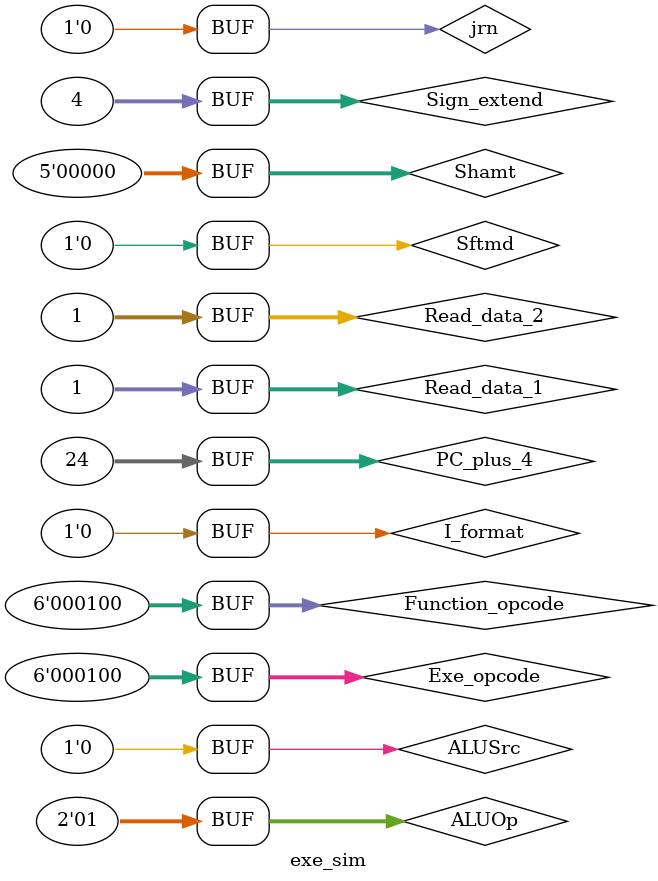
<source format=v>
`timescale 1ns / 1ps


module exe_sim(
    );
   // input
   reg[31:0]  Read_data_1 = 32'h00000005;		//r-form rs
   reg[31:0]  Read_data_2 = 32'h00000006;        //r-form rt
   reg[31:0]  Sign_extend = 32'hffffff40;        //i-form
   reg[5:0]   Function_opcode = 6'b100000;      //add 
   reg[5:0]   Exe_opcode = 6'b000000;          //op code
   reg[1:0]   ALUOp = 2'b10;
   reg[4:0]   Shamt = 5'b00000;
   reg        Sftmd = 1'b0;
   reg        ALUSrc = 1'b0;
   reg        I_format = 1'b0;
   reg[31:0]  PC_plus_4 = 32'h00000004;
   reg        jrn = 1'b0;
    // output
   wire       Zero;
   wire[31:0] ALU_Result;
   wire[31:0] Add_Result;        //pc op        
 
    
   Executs32 Uexe(Read_data_1,Read_data_2,Sign_extend,Function_opcode,Exe_opcode,ALUOp,
                     Shamt,ALUSrc,I_format,Zero,jrn,Sftmd,ALU_Result,Add_Result,PC_plus_4
                     );
    initial begin
       #200 begin Exe_opcode = 6'b001000;  //addi 
                Read_data_1 = 32'h00000003;		//r-form rs
                Read_data_2 = 32'h00000006;        //r-form rt
                Sign_extend = 32'hffffff40;  
                Function_opcode = 6'b100000;      //addi 
                ALUOp = 2'b10;                    // is I type and is not beq or bne
                Shamt = 5'b00000;
                Sftmd = 1'b0;
                ALUSrc = 1'b1;
                I_format = 1'b1;
                PC_plus_4 = 32'h00000008;
            end 
       #200 begin Exe_opcode = 6'b000000;  //and
                Read_data_1 = 32'h000000ff;        //r-form rs
                Read_data_2 = 32'h00000ff0;        //r-form rt
                Sign_extend = 32'hffffff40;  
                Function_opcode = 6'b100100;      //and 
                ALUOp = 2'b10;
                Shamt = 5'b00000;
                Sftmd = 1'b0;
                ALUSrc = 1'b0;
                I_format = 1'b0;
                PC_plus_4 = 32'h0000000c;
             end 
       #200 begin Exe_opcode = 6'b000000;  //sll
                Read_data_1 = 32'h00000001;        //r-form rs
                Read_data_2 = 32'h00000002;        //r-form rt
                Sign_extend = 32'hffffff40;  
                Function_opcode = 6'b000000;      //sll
                ALUOp = 2'b10;
                Shamt = 5'b00011;
                Sftmd = 1'b1;
                ALUSrc = 1'b0;
                I_format = 1'b0;
                PC_plus_4 = 32'h00000010;
           end 
       #200 begin Exe_opcode = 6'b001111;  // LUI
                Read_data_1 = 32'h00000001;        //r-form rs
                Read_data_2 = 32'h00000002;        //r-form rt
                Sign_extend = 32'h00000040;  
                Function_opcode = 6'b000000;      //LUI
                ALUOp = 2'b10;
                Shamt = 5'b00001;
                Sftmd = 1'b0;
                ALUSrc = 1'b1;
                I_format = 1'b1;
                PC_plus_4 = 32'h00000014;
            end 
       #200 begin Exe_opcode = 6'b000100;  // BEQ
                Read_data_1 = 32'h00000001;        //r-form rs
                Read_data_2 = 32'h00000001;        //r-form rt
                Sign_extend = 32'h00000004;  
                Function_opcode = 6'b000100;      //LUI
                ALUOp = 2'b01;
                Shamt = 5'b00000;
                Sftmd = 1'b0;
                ALUSrc = 1'b0;
                I_format = 1'b0;
                PC_plus_4 = 32'h00000018;
            end 
      end
endmodule

</source>
